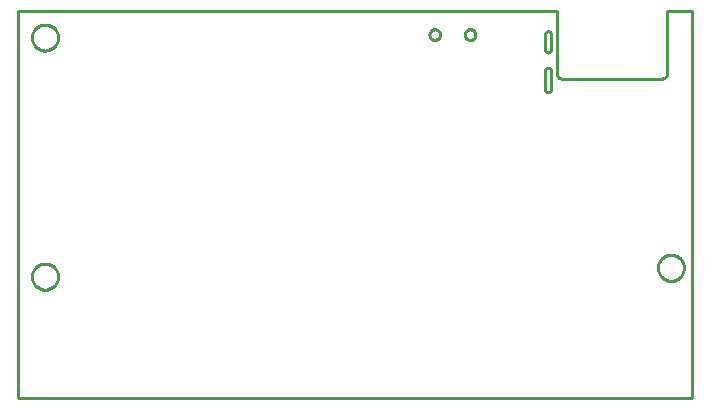
<source format=gbr>
G04 EAGLE Gerber RS-274X export*
G75*
%MOMM*%
%FSLAX34Y34*%
%LPD*%
%IN*%
%IPPOS*%
%AMOC8*
5,1,8,0,0,1.08239X$1,22.5*%
G01*
%ADD10C,0.254000*%


D10*
X0Y0D02*
X570000Y0D01*
X570000Y327500D01*
X549250Y327500D01*
X549250Y274750D01*
X549252Y274633D01*
X549236Y274250D01*
X549188Y273871D01*
X549106Y273497D01*
X548992Y273132D01*
X548847Y272779D01*
X548672Y272439D01*
X548467Y272116D01*
X548235Y271811D01*
X547978Y271529D01*
X547697Y271269D01*
X547394Y271035D01*
X547072Y270829D01*
X546734Y270651D01*
X546381Y270504D01*
X546016Y270388D01*
X545643Y270304D01*
X545264Y270252D01*
X544882Y270235D01*
X544500Y270250D01*
X460000Y270250D01*
X459715Y270275D01*
X459327Y270339D01*
X458946Y270436D01*
X458575Y270566D01*
X458216Y270728D01*
X457874Y270920D01*
X457549Y271142D01*
X457245Y271391D01*
X456963Y271666D01*
X456707Y271964D01*
X456478Y272284D01*
X456277Y272622D01*
X456107Y272976D01*
X455968Y273344D01*
X455862Y273722D01*
X455789Y274109D01*
X455750Y274500D01*
X455750Y327500D01*
X0Y327500D01*
X0Y0D01*
X446000Y261000D02*
X446010Y260782D01*
X446038Y260566D01*
X446085Y260353D01*
X446151Y260145D01*
X446234Y259943D01*
X446335Y259750D01*
X446452Y259566D01*
X446585Y259393D01*
X446732Y259232D01*
X446893Y259085D01*
X447066Y258952D01*
X447250Y258835D01*
X447443Y258734D01*
X447645Y258651D01*
X447853Y258585D01*
X448066Y258538D01*
X448282Y258510D01*
X448500Y258500D01*
X448718Y258510D01*
X448934Y258538D01*
X449147Y258585D01*
X449355Y258651D01*
X449557Y258734D01*
X449750Y258835D01*
X449934Y258952D01*
X450107Y259085D01*
X450268Y259232D01*
X450415Y259393D01*
X450548Y259566D01*
X450665Y259750D01*
X450766Y259943D01*
X450849Y260145D01*
X450915Y260353D01*
X450962Y260566D01*
X450991Y260782D01*
X451000Y261000D01*
X451000Y277000D01*
X450991Y277218D01*
X450962Y277434D01*
X450915Y277647D01*
X450849Y277855D01*
X450766Y278057D01*
X450665Y278250D01*
X450548Y278434D01*
X450415Y278607D01*
X450268Y278768D01*
X450107Y278915D01*
X449934Y279048D01*
X449750Y279165D01*
X449557Y279266D01*
X449355Y279349D01*
X449147Y279415D01*
X448934Y279462D01*
X448718Y279491D01*
X448500Y279500D01*
X448282Y279491D01*
X448066Y279462D01*
X447853Y279415D01*
X447645Y279349D01*
X447443Y279266D01*
X447250Y279165D01*
X447066Y279048D01*
X446893Y278915D01*
X446732Y278768D01*
X446585Y278607D01*
X446452Y278434D01*
X446335Y278250D01*
X446234Y278057D01*
X446151Y277855D01*
X446085Y277647D01*
X446038Y277434D01*
X446010Y277218D01*
X446000Y277000D01*
X446000Y261000D01*
X446000Y294800D02*
X446010Y294582D01*
X446038Y294366D01*
X446085Y294153D01*
X446151Y293945D01*
X446234Y293743D01*
X446335Y293550D01*
X446452Y293366D01*
X446585Y293193D01*
X446732Y293032D01*
X446893Y292885D01*
X447066Y292752D01*
X447250Y292635D01*
X447443Y292534D01*
X447645Y292451D01*
X447853Y292385D01*
X448066Y292338D01*
X448282Y292310D01*
X448500Y292300D01*
X448718Y292310D01*
X448934Y292338D01*
X449147Y292385D01*
X449355Y292451D01*
X449557Y292534D01*
X449750Y292635D01*
X449934Y292752D01*
X450107Y292885D01*
X450268Y293032D01*
X450415Y293193D01*
X450548Y293366D01*
X450665Y293550D01*
X450766Y293743D01*
X450849Y293945D01*
X450915Y294153D01*
X450962Y294366D01*
X450991Y294582D01*
X451000Y294800D01*
X451000Y307800D01*
X450991Y308018D01*
X450962Y308234D01*
X450915Y308447D01*
X450849Y308655D01*
X450766Y308857D01*
X450665Y309050D01*
X450548Y309234D01*
X450415Y309407D01*
X450268Y309568D01*
X450107Y309715D01*
X449934Y309848D01*
X449750Y309965D01*
X449557Y310066D01*
X449355Y310149D01*
X449147Y310215D01*
X448934Y310262D01*
X448718Y310291D01*
X448500Y310300D01*
X448282Y310291D01*
X448066Y310262D01*
X447853Y310215D01*
X447645Y310149D01*
X447443Y310066D01*
X447250Y309965D01*
X447066Y309848D01*
X446893Y309715D01*
X446732Y309568D01*
X446585Y309407D01*
X446452Y309234D01*
X446335Y309050D01*
X446234Y308857D01*
X446151Y308655D01*
X446085Y308447D01*
X446038Y308234D01*
X446010Y308018D01*
X446000Y307800D01*
X446000Y294800D01*
X33500Y304568D02*
X33432Y303706D01*
X33297Y302852D01*
X33095Y302012D01*
X32828Y301190D01*
X32497Y300391D01*
X32105Y299621D01*
X31653Y298884D01*
X31145Y298185D01*
X30584Y297527D01*
X29973Y296916D01*
X29315Y296355D01*
X28616Y295847D01*
X27879Y295395D01*
X27109Y295003D01*
X26310Y294672D01*
X25488Y294405D01*
X24648Y294203D01*
X23794Y294068D01*
X22932Y294000D01*
X22068Y294000D01*
X21206Y294068D01*
X20352Y294203D01*
X19512Y294405D01*
X18690Y294672D01*
X17891Y295003D01*
X17121Y295395D01*
X16384Y295847D01*
X15685Y296355D01*
X15027Y296916D01*
X14416Y297527D01*
X13855Y298185D01*
X13347Y298884D01*
X12895Y299621D01*
X12503Y300391D01*
X12172Y301190D01*
X11905Y302012D01*
X11703Y302852D01*
X11568Y303706D01*
X11500Y304568D01*
X11500Y305432D01*
X11568Y306294D01*
X11703Y307148D01*
X11905Y307988D01*
X12172Y308810D01*
X12503Y309609D01*
X12895Y310379D01*
X13347Y311116D01*
X13855Y311815D01*
X14416Y312473D01*
X15027Y313084D01*
X15685Y313645D01*
X16384Y314153D01*
X17121Y314605D01*
X17891Y314997D01*
X18690Y315328D01*
X19512Y315595D01*
X20352Y315797D01*
X21206Y315932D01*
X22068Y316000D01*
X22932Y316000D01*
X23794Y315932D01*
X24648Y315797D01*
X25488Y315595D01*
X26310Y315328D01*
X27109Y314997D01*
X27879Y314605D01*
X28616Y314153D01*
X29315Y313645D01*
X29973Y313084D01*
X30584Y312473D01*
X31145Y311815D01*
X31653Y311116D01*
X32105Y310379D01*
X32497Y309609D01*
X32828Y308810D01*
X33095Y307988D01*
X33297Y307148D01*
X33432Y306294D01*
X33500Y305432D01*
X33500Y304568D01*
X563500Y109568D02*
X563432Y108706D01*
X563297Y107852D01*
X563095Y107012D01*
X562828Y106190D01*
X562497Y105391D01*
X562105Y104621D01*
X561653Y103884D01*
X561145Y103185D01*
X560584Y102527D01*
X559973Y101916D01*
X559315Y101355D01*
X558616Y100847D01*
X557879Y100395D01*
X557109Y100003D01*
X556310Y99672D01*
X555488Y99405D01*
X554648Y99203D01*
X553794Y99068D01*
X552932Y99000D01*
X552068Y99000D01*
X551206Y99068D01*
X550352Y99203D01*
X549512Y99405D01*
X548690Y99672D01*
X547891Y100003D01*
X547121Y100395D01*
X546384Y100847D01*
X545685Y101355D01*
X545027Y101916D01*
X544416Y102527D01*
X543855Y103185D01*
X543347Y103884D01*
X542895Y104621D01*
X542503Y105391D01*
X542172Y106190D01*
X541905Y107012D01*
X541703Y107852D01*
X541568Y108706D01*
X541500Y109568D01*
X541500Y110432D01*
X541568Y111294D01*
X541703Y112148D01*
X541905Y112988D01*
X542172Y113810D01*
X542503Y114609D01*
X542895Y115379D01*
X543347Y116116D01*
X543855Y116815D01*
X544416Y117473D01*
X545027Y118084D01*
X545685Y118645D01*
X546384Y119153D01*
X547121Y119605D01*
X547891Y119997D01*
X548690Y120328D01*
X549512Y120595D01*
X550352Y120797D01*
X551206Y120932D01*
X552068Y121000D01*
X552932Y121000D01*
X553794Y120932D01*
X554648Y120797D01*
X555488Y120595D01*
X556310Y120328D01*
X557109Y119997D01*
X557879Y119605D01*
X558616Y119153D01*
X559315Y118645D01*
X559973Y118084D01*
X560584Y117473D01*
X561145Y116815D01*
X561653Y116116D01*
X562105Y115379D01*
X562497Y114609D01*
X562828Y113810D01*
X563095Y112988D01*
X563297Y112148D01*
X563432Y111294D01*
X563500Y110432D01*
X563500Y109568D01*
X33500Y102068D02*
X33432Y101206D01*
X33297Y100352D01*
X33095Y99512D01*
X32828Y98690D01*
X32497Y97891D01*
X32105Y97121D01*
X31653Y96384D01*
X31145Y95685D01*
X30584Y95027D01*
X29973Y94416D01*
X29315Y93855D01*
X28616Y93347D01*
X27879Y92895D01*
X27109Y92503D01*
X26310Y92172D01*
X25488Y91905D01*
X24648Y91703D01*
X23794Y91568D01*
X22932Y91500D01*
X22068Y91500D01*
X21206Y91568D01*
X20352Y91703D01*
X19512Y91905D01*
X18690Y92172D01*
X17891Y92503D01*
X17121Y92895D01*
X16384Y93347D01*
X15685Y93855D01*
X15027Y94416D01*
X14416Y95027D01*
X13855Y95685D01*
X13347Y96384D01*
X12895Y97121D01*
X12503Y97891D01*
X12172Y98690D01*
X11905Y99512D01*
X11703Y100352D01*
X11568Y101206D01*
X11500Y102068D01*
X11500Y102932D01*
X11568Y103794D01*
X11703Y104648D01*
X11905Y105488D01*
X12172Y106310D01*
X12503Y107109D01*
X12895Y107879D01*
X13347Y108616D01*
X13855Y109315D01*
X14416Y109973D01*
X15027Y110584D01*
X15685Y111145D01*
X16384Y111653D01*
X17121Y112105D01*
X17891Y112497D01*
X18690Y112828D01*
X19512Y113095D01*
X20352Y113297D01*
X21206Y113432D01*
X22068Y113500D01*
X22932Y113500D01*
X23794Y113432D01*
X24648Y113297D01*
X25488Y113095D01*
X26310Y112828D01*
X27109Y112497D01*
X27879Y112105D01*
X28616Y111653D01*
X29315Y111145D01*
X29973Y110584D01*
X30584Y109973D01*
X31145Y109315D01*
X31653Y108616D01*
X32105Y107879D01*
X32497Y107109D01*
X32828Y106310D01*
X33095Y105488D01*
X33297Y104648D01*
X33432Y103794D01*
X33500Y102932D01*
X33500Y102068D01*
X378000Y307205D02*
X378077Y306620D01*
X378230Y306050D01*
X378455Y305505D01*
X378750Y304995D01*
X379109Y304527D01*
X379527Y304109D01*
X379995Y303750D01*
X380505Y303455D01*
X381050Y303230D01*
X381620Y303077D01*
X382205Y303000D01*
X382795Y303000D01*
X383380Y303077D01*
X383950Y303230D01*
X384495Y303455D01*
X385005Y303750D01*
X385473Y304109D01*
X385891Y304527D01*
X386250Y304995D01*
X386545Y305505D01*
X386770Y306050D01*
X386923Y306620D01*
X387000Y307205D01*
X387000Y307795D01*
X386923Y308380D01*
X386770Y308950D01*
X386545Y309495D01*
X386250Y310005D01*
X385891Y310473D01*
X385473Y310891D01*
X385005Y311250D01*
X384495Y311545D01*
X383950Y311770D01*
X383380Y311923D01*
X382795Y312000D01*
X382205Y312000D01*
X381620Y311923D01*
X381050Y311770D01*
X380505Y311545D01*
X379995Y311250D01*
X379527Y310891D01*
X379109Y310473D01*
X378750Y310005D01*
X378455Y309495D01*
X378230Y308950D01*
X378077Y308380D01*
X378000Y307795D01*
X378000Y307205D01*
X348000Y307205D02*
X348077Y306620D01*
X348230Y306050D01*
X348455Y305505D01*
X348750Y304995D01*
X349109Y304527D01*
X349527Y304109D01*
X349995Y303750D01*
X350505Y303455D01*
X351050Y303230D01*
X351620Y303077D01*
X352205Y303000D01*
X352795Y303000D01*
X353380Y303077D01*
X353950Y303230D01*
X354495Y303455D01*
X355005Y303750D01*
X355473Y304109D01*
X355891Y304527D01*
X356250Y304995D01*
X356545Y305505D01*
X356770Y306050D01*
X356923Y306620D01*
X357000Y307205D01*
X357000Y307795D01*
X356923Y308380D01*
X356770Y308950D01*
X356545Y309495D01*
X356250Y310005D01*
X355891Y310473D01*
X355473Y310891D01*
X355005Y311250D01*
X354495Y311545D01*
X353950Y311770D01*
X353380Y311923D01*
X352795Y312000D01*
X352205Y312000D01*
X351620Y311923D01*
X351050Y311770D01*
X350505Y311545D01*
X349995Y311250D01*
X349527Y310891D01*
X349109Y310473D01*
X348750Y310005D01*
X348455Y309495D01*
X348230Y308950D01*
X348077Y308380D01*
X348000Y307795D01*
X348000Y307205D01*
M02*

</source>
